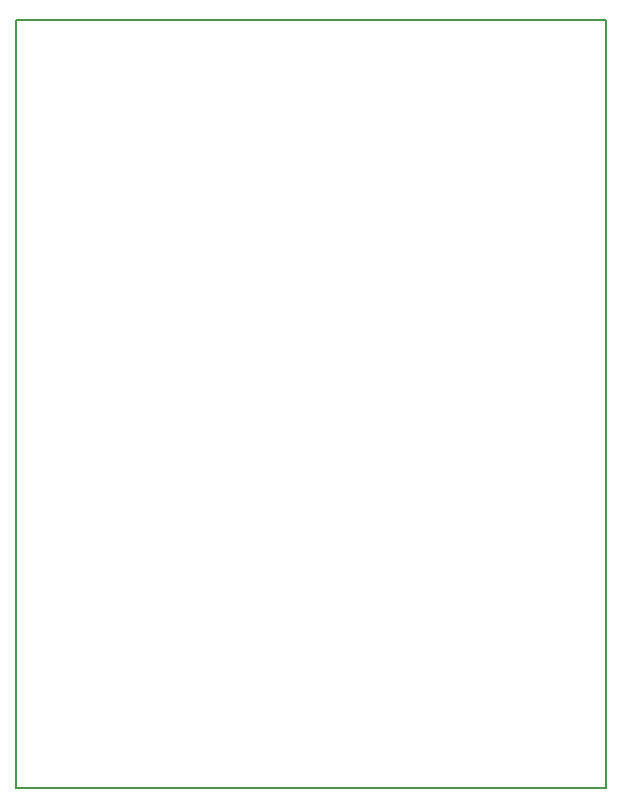
<source format=gbr>
G04 #@! TF.FileFunction,Profile,NP*
%FSLAX46Y46*%
G04 Gerber Fmt 4.6, Leading zero omitted, Abs format (unit mm)*
G04 Created by KiCad (PCBNEW 4.0.1-stable) date 2016/05/16 17:08:50*
%MOMM*%
G01*
G04 APERTURE LIST*
%ADD10C,0.100000*%
%ADD11C,0.150000*%
G04 APERTURE END LIST*
D10*
D11*
X-25000000Y-60000000D02*
X-25000000Y5000000D01*
X25000000Y-60000000D02*
X-25000000Y-60000000D01*
X25000000Y5000000D02*
X25000000Y-60000000D01*
X-25000000Y5000000D02*
X25000000Y5000000D01*
M02*

</source>
